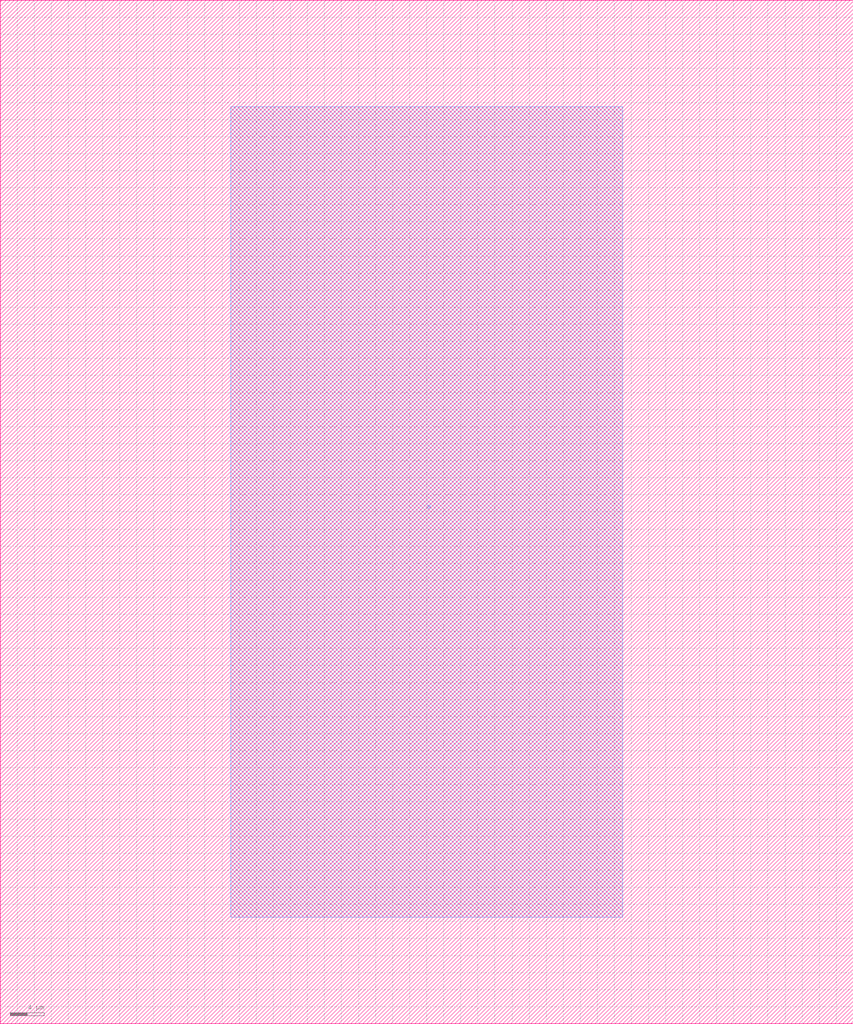
<source format=lef>

# Created      : Tue Apr 7 14:34:52 2020
# Platform     : Sahand.usc.edu
# User         : Ting-Ru Lin

VERSION 5.8 ;

BUSBITCHARS "[]" ;

DIVIDERCHAR "/" ;

UNITS
DATABASE MICRONS 1000 ;
END UNITS

MANUFACTURINGGRID 0.0100000 ;

CLEARANCEMEASURE EUCLIDEAN ;
USEMINSPACING OBS ON ;

SITE CoreSite
    CLASS CORE ;
    SIZE 1.000000 BY 160.000000 ; 
END CoreSite

LAYER M1
    TYPE ROUTING ;
    DIRECTION HORIZONTAL ;
    WIDTH 4.400000 ;
    SPACING 5.600000 ;
    SPACING 0.090000 ENDOFLINE 0.090000 WITHIN 0.025000 ;
    SPACINGTABLE
    PARALLELRUNLENGTH
                       0.000000
      WIDTH  0.000000  0.060000
      WIDTH  0.100000  0.100000
      WIDTH  0.750000  0.250000
      WIDTH  1.500000  0.450000 ;
    PITCH 10.00000 10.000000 ;
END M1

LAYER via1
    TYPE CUT ;
    SPACING 5.600000 ;
    WIDTH 4.400000 ;
END via1

LAYER M2
    TYPE ROUTING ;
    DIRECTION VERTICAL ;
    WIDTH 4.400000 ;
    SPACING 5.600000 ;
    SPACING 0.090000 ENDOFLINE 0.090000 WITHIN 0.025000 ;
    SPACINGTABLE
    PARALLELRUNLENGTH
                       0.000000
      WIDTH  0.000000  0.060000
      WIDTH  0.100000  0.100000
      WIDTH  0.750000  0.250000
      WIDTH  1.500000  0.450000 ;
    PITCH 10.00000 10.00000 ;
END M2

LAYER via2
    TYPE CUT ;
    SPACING 5.500000 ;
    WIDTH 4.500000 ;
END via2

LAYER M3
    TYPE ROUTING ;
    DIRECTION HORIZONTAL ;
    WIDTH 4.400000 ;
    SPACING 5.600000 ;
    SPACING 0.090000 ENDOFLINE 0.090000 WITHIN 0.025000 ;
    SPACINGTABLE
    PARALLELRUNLENGTH
                       0.000000
      WIDTH  0.000000  0.060000
      WIDTH  0.100000  0.100000
      WIDTH  0.750000  0.250000
      WIDTH  1.500000  0.450000 ;
    PITCH 10.00000 10.000000 ;
END M3

LAYER OVERLAP
    TYPE OVERLAP ;
END OVERLAP

VIA VIA12 DEFAULT 
    LAYER M1 ;
        RECT -2.20000 -2.20000 2.20000 2.20000 ;
    LAYER via1 ;
        RECT -2.20000 -2.20000 2.20000 2.20000 ;
    LAYER M2 ;
        RECT -2.20000 -2.20000 2.20000 2.20000 ;
END VIA12

VIA VIA23 DEFAULT 
    LAYER M2 ;
        RECT -2.20000 -2.20000 2.20000 2.20000 ;
    LAYER via2 ;
        RECT -2.20000 -2.20000 2.20000 2.20000 ;
    LAYER M3 ;
        RECT -2.20000 -2.20000 2.20000 2.20000 ;
END VIA23
MACRO PAD
    CLASS CORE ;
    FOREIGN PAD 0.000000 0.000000 ;
    ORIGIN 0.000000 0.000000 ;
    SIZE 100.000000 BY 120.000000 ;
    SYMMETRY X ;
    SITE CoreSite ; 
    PIN a
        DIRECTION INOUT ;
        USE SIGNAL ;
        PORT
        LAYER M1 ;
        RECT 27.000 12.500 73.000 107.500 ;
        LAYER M3 ;
        RECT 27.000 12.500 73.000 107.500 ;
	END
    END a
END PAD
MACRO LSmitll_AND2T
    CLASS CORE ;
    FOREIGN LSmitll_AND2T 0.000000 0.000000 ;
    ORIGIN 0.000000 0.000000 ;
    SIZE 100.000000 BY 70.000000 ;
    SYMMETRY X ;
    SITE CoreSite ; 
    PIN a
        DIRECTION INOUT ;
        USE SIGNAL ;
        PORT
        LAYER M3 ;
        RECT 12.800 12.800 17.200 17.200 ;
        END
    END a
    PIN b
        DIRECTION INOUT ;
        USE SIGNAL ;
        PORT
        LAYER M3 ;
        RECT 82.800 52.800 87.200 57.200 ;
        END
    END b
    PIN q
        DIRECTION INOUT ;
        USE SIGNAL ;
        PORT
        LAYER M3 ;
        RECT 82.800 12.800 87.200 17.200 ;
        END
    END q	
    PIN clk
         DIRECTION INOUT ;
         USE SIGNAL ;
         PORT
         LAYER M3 ;
         RECT 12.800 52.800 17.200 57.200 ;
         END
    END clk
END LSmitll_AND2T

MACRO LSmitll_XORT
    CLASS CORE ;
    FOREIGN LSmitll_XORT 0.000000 0.000000 ;	
    ORIGIN 0.000000 0.000000 ;
    SIZE 100.000000 BY 70.000000 ;
    SYMMETRY X ;
    SITE CoreSite ; 
    PIN a
        DIRECTION INOUT ;
        USE SIGNAL ;
        PORT
        LAYER M3 ;
        RECT 12.800 52.800 17.200 57.200 ;
        END
    END a
    PIN b
        DIRECTION INOUT ;
        USE SIGNAL ;
        PORT
        LAYER M3 ;
        RECT 12.800 12.800 17.200 17.200 ;
        END
    END b
    PIN q
        DIRECTION INOUT ;
        USE SIGNAL ;
        PORT
        LAYER M3 ;
        RECT 82.800 12.800 87.200 17.200 ;
        END
    END q	
    PIN clk
        DIRECTION INOUT ;
        USE SIGNAL ;
        PORT
        LAYER M3 ;
        RECT 82.800 52.800 87.200 57.200 ;
        END
    END clk
END LSmitll_XORT

MACRO LSmitll_OR2T
    CLASS CORE ;
    FOREIGN LSmitll_XORT 0.000000 0.000000 ;	
    ORIGIN 0.000000 0.000000 ;
    SIZE 100.000000 BY 70.000000 ;
    SYMMETRY X ;
    SITE CoreSite ; 
    PIN a
        DIRECTION INOUT ;
        USE SIGNAL ;
        PORT
        LAYER M3 ;
        RECT 12.800 12.800 17.200 17.200 ;
        END
    END a
    PIN b
        DIRECTION INOUT ;
        USE SIGNAL ;
        PORT
        LAYER M3 ;
        RECT 12.800 52.800 17.200 57.200 ;
        END
    END b
    PIN q
        DIRECTION INOUT ;
        USE SIGNAL ;
        PORT
        LAYER M3 ;
        RECT 82.800 12.800 87.200 17.200 ;
        END
    END q	
    PIN clk
        DIRECTION INOUT ;
        USE SIGNAL ;
        PORT
        LAYER M3 ;
        RECT 82.800 52.800 87.200 57.200 ;
        END
    END clk
END LSmitll_OR2T

MACRO LSmitll_NOTT
    CLASS CORE ;
    FOREIGN LSmitll_NOTT 0.000000 0.000000 ;
    ORIGIN 0.000000 0.000000 ;
    SIZE 100.000000 BY 70.000000 ;
    SYMMETRY X ;
    SITE CoreSite ; 
    PIN a
        DIRECTION INOUT ;
        USE SIGNAL ;
        PORT
        LAYER M3 ;
        RECT 12.800 52.800 17.200 57.200 ;
        END
    END a
    PIN q
        DIRECTION INOUT ;
        USE SIGNAL ;
        PORT
        LAYER M3 ;
        RECT 82.800 12.800 87.200 17.200 ;
        END
    END q
    PIN clk
        DIRECTION INOUT ;
        USE SIGNAL ;
        PORT
        LAYER M3 ;
        RECT 12.800 12.800 17.200 17.200 ;
        END
    END clk
END LSmitll_NOTT

MACRO LSmitll_DFFT
    CLASS CORE ;
    FOREIGN LSmitll_DFFT 0.000000 0.000000 ;
    ORIGIN 0.000000 0.000000 ;
    SIZE 80.000000 BY 70.000000 ;
    SYMMETRY X ;
    SITE CoreSite ; 
    PIN a
        DIRECTION INOUT ;
        USE SIGNAL ;
        PORT
        LAYER M3 ;
        RECT 12.800 12.800 17.200 17.200 ;
        END
    END a
    PIN q
        DIRECTION INOUT ;
        USE SIGNAL ;
        PORT
        LAYER M3 ;
        RECT 62.800 12.800 67.200 17.200 ;
        END
    END q
    PIN clk
        DIRECTION INOUT ;
        USE SIGNAL ;
        PORT
        LAYER M3 ;
        RECT 12.800 52.800 17.200 57.200 ;
        END
    END clk
END LSmitll_DFFT

MACRO LSmitll_NDROT
    CLASS CORE ;
    FOREIGN LSmitll_NDROT 0.000000 0.000000 ;
    ORIGIN 0.000000 0.000000 ;
    SIZE 120.000000 BY 70.000000 ;
    SYMMETRY X ;
    SITE CoreSite ; 
    PIN a
        DIRECTION INOUT ;
        USE SIGNAL ;
        PORT
        LAYER M3 ;
        RECT 12.800 52.800 17.200 57.200 ;
        END
    END a
	PIN b
        DIRECTION INOUT ;
        USE SIGNAL ;
        PORT
        LAYER M3 ;
        RECT 12.800 12.800 17.200 17.200 ;
        END
    END b
    PIN q
        DIRECTION INOUT ;
        USE SIGNAL ;
        PORT
        LAYER M3 ;
        RECT 102.800 12.800 107.200 17.200 ;
        END
    END q
    PIN clk
        DIRECTION INOUT ;
        USE SIGNAL ;
        PORT
        LAYER M3 ;
        RECT 102.800 52.800 107.200 57.200 ;
        END
    END clk
END LSmitll_NDROT

MACRO LSmitll_SPLITT
    CLASS CORE ;
    FOREIGN LSmitll_SPLITT 0.000000 0.000000 ;
    ORIGIN 0.000000 0.000000 ;
    SIZE 50.000000 BY 70.000000 ;
    SYMMETRY X ;
    SITE CoreSite ; 
    PIN a
        DIRECTION INOUT ;
        USE SIGNAL ;
        PORT
        LAYER M3 ;
        RECT 12.800 52.800 17.200 57.200 ;
        END
    END a
    PIN q0
        DIRECTION INOUT ;
        USE SIGNAL ;
        PORT
        LAYER M3 ;
        RECT 12.800 12.800 17.200 17.200 ;
        END
    END q0
    PIN q1
        DIRECTION INOUT ;
        USE SIGNAL ;
        PORT
        LAYER M3 ;
        RECT 32.800 12.800 37.200 17.200 ;
        END
    END q1
END LSmitll_SPLITT

MACRO LSmitll_MERGET
    CLASS CORE ;
    FOREIGN LSmitll_MERGET 0.000000 0.000000 ;
    ORIGIN 0.000000 0.000000 ;
    SIZE 70.000000 BY 70.000000 ;
    SYMMETRY X ;
    SITE CoreSite ; 
    PIN a
        DIRECTION INOUT ;
        USE SIGNAL ;
        PORT
        LAYER M3 ;
        RECT 12.800 12.800 17.200 17.200 ;
        END
    END a
    PIN b
        DIRECTION INOUT ;
        USE SIGNAL ;
        PORT
        LAYER M3 ;
        RECT 12.800 52.800 17.200 57.200 ;
        END
    END b
    PIN q
        DIRECTION INOUT ;
        USE SIGNAL ;
        PORT
        LAYER M3 ;
        RECT 62.800 12.800 67.200 17.200 ;
        END
    END q
END LSmitll_MERGET

MACRO LSmitll_JTLT
    CLASS CORE ;
    FOREIGN LSmitll_JTLT 0.000000 0.000000 ;
    ORIGIN 0.000000 0.000000 ;
    SIZE 40.000000 BY 70.000000 ;
    SYMMETRY X ;
    SITE CoreSite ;
	PIN a
        DIRECTION INOUT ;
        USE SIGNAL ;
        PORT
        LAYER M3 ;
        RECT 2.800 52.800 7.200 57.200 ;
        END
    END a
    PIN q
        DIRECTION INOUT ;
        USE SIGNAL ;
        PORT
        LAYER M3 ;
        RECT 32.800 12.800 37.200 17.200 ;
        END
    END q
END LSmitll_JTLT

END LIBRARY


</source>
